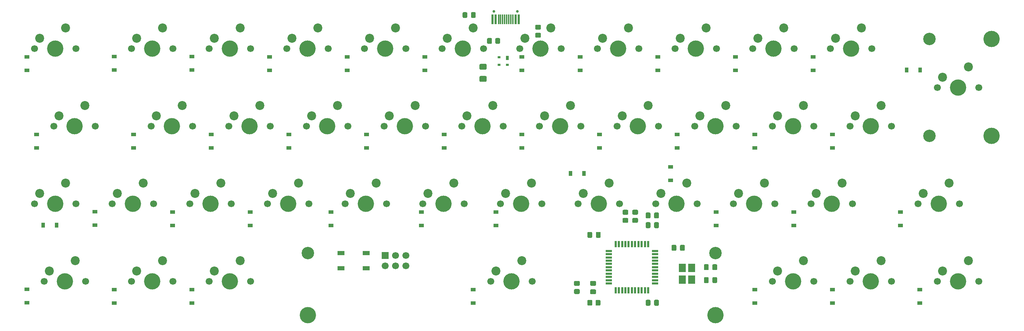
<source format=gbr>
G04 #@! TF.GenerationSoftware,KiCad,Pcbnew,(5.1.9)-1*
G04 #@! TF.CreationDate,2021-04-17T14:31:49+02:00*
G04 #@! TF.ProjectId,isio42_pcb,6973696f-3432-45f7-9063-622e6b696361,rev?*
G04 #@! TF.SameCoordinates,Original*
G04 #@! TF.FileFunction,Soldermask,Bot*
G04 #@! TF.FilePolarity,Negative*
%FSLAX46Y46*%
G04 Gerber Fmt 4.6, Leading zero omitted, Abs format (unit mm)*
G04 Created by KiCad (PCBNEW (5.1.9)-1) date 2021-04-17 14:31:49*
%MOMM*%
%LPD*%
G01*
G04 APERTURE LIST*
%ADD10C,1.700000*%
%ADD11C,4.000000*%
%ADD12C,2.200000*%
%ADD13C,3.050000*%
%ADD14R,0.600000X2.450000*%
%ADD15R,0.300000X2.450000*%
%ADD16C,0.650000*%
%ADD17R,0.700000X1.000000*%
%ADD18R,0.700000X0.600000*%
%ADD19R,1.800000X1.100000*%
%ADD20R,1.700000X1.700000*%
%ADD21R,1.800000X2.100000*%
%ADD22R,1.500000X0.550000*%
%ADD23R,0.550000X1.500000*%
%ADD24R,1.200000X0.900000*%
%ADD25R,0.900000X1.200000*%
G04 APERTURE END LIST*
D10*
X259715000Y-98742500D03*
X249555000Y-98742500D03*
D11*
X254635000Y-98742500D03*
D12*
X250825000Y-96202500D03*
X257175000Y-93662500D03*
D10*
X254952500Y-79692500D03*
X244792500Y-79692500D03*
D11*
X249872500Y-79692500D03*
D12*
X246062500Y-77152500D03*
X252412500Y-74612500D03*
D13*
X247635000Y-39217500D03*
X247635000Y-63017500D03*
D11*
X262875000Y-63017500D03*
X262875000Y-39217500D03*
D10*
X259715000Y-51117500D03*
X249555000Y-51117500D03*
D11*
X254635000Y-51117500D03*
D12*
X250825000Y-48577500D03*
X257175000Y-46037500D03*
D13*
X195097500Y-91742500D03*
X95097500Y-91742500D03*
D11*
X95097500Y-106982500D03*
X195097500Y-106982500D03*
D10*
X150177500Y-98742500D03*
X140017500Y-98742500D03*
D11*
X145097500Y-98742500D03*
D12*
X141287500Y-96202500D03*
X147637500Y-93662500D03*
D10*
X40640000Y-98742500D03*
X30480000Y-98742500D03*
D11*
X35560000Y-98742500D03*
D12*
X31750000Y-96202500D03*
X38100000Y-93662500D03*
D10*
X43021250Y-60642500D03*
X32861250Y-60642500D03*
D11*
X37941250Y-60642500D03*
D12*
X34131250Y-58102500D03*
X40481250Y-55562500D03*
D10*
X238283750Y-98742500D03*
X228123750Y-98742500D03*
D11*
X233203750Y-98742500D03*
D12*
X229393750Y-96202500D03*
X235743750Y-93662500D03*
D10*
X228758750Y-79692500D03*
X218598750Y-79692500D03*
D11*
X223678750Y-79692500D03*
D12*
X219868750Y-77152500D03*
X226218750Y-74612500D03*
D10*
X238283750Y-60642500D03*
X228123750Y-60642500D03*
D11*
X233203750Y-60642500D03*
D12*
X229393750Y-58102500D03*
X235743750Y-55562500D03*
D10*
X233521250Y-41592500D03*
X223361250Y-41592500D03*
D11*
X228441250Y-41592500D03*
D12*
X224631250Y-39052500D03*
X230981250Y-36512500D03*
D10*
X219233750Y-98742500D03*
X209073750Y-98742500D03*
D11*
X214153750Y-98742500D03*
D12*
X210343750Y-96202500D03*
X216693750Y-93662500D03*
D10*
X209708750Y-79692500D03*
X199548750Y-79692500D03*
D11*
X204628750Y-79692500D03*
D12*
X200818750Y-77152500D03*
X207168750Y-74612500D03*
D10*
X219233750Y-60642500D03*
X209073750Y-60642500D03*
D11*
X214153750Y-60642500D03*
D12*
X210343750Y-58102500D03*
X216693750Y-55562500D03*
D10*
X214471250Y-41592500D03*
X204311250Y-41592500D03*
D11*
X209391250Y-41592500D03*
D12*
X205581250Y-39052500D03*
X211931250Y-36512500D03*
D10*
X190658750Y-79692500D03*
X180498750Y-79692500D03*
D11*
X185578750Y-79692500D03*
D12*
X181768750Y-77152500D03*
X188118750Y-74612500D03*
D10*
X200183750Y-60642500D03*
X190023750Y-60642500D03*
D11*
X195103750Y-60642500D03*
D12*
X191293750Y-58102500D03*
X197643750Y-55562500D03*
D10*
X195421250Y-41592500D03*
X185261250Y-41592500D03*
D11*
X190341250Y-41592500D03*
D12*
X186531250Y-39052500D03*
X192881250Y-36512500D03*
D10*
X171608750Y-79692500D03*
X161448750Y-79692500D03*
D11*
X166528750Y-79692500D03*
D12*
X162718750Y-77152500D03*
X169068750Y-74612500D03*
D10*
X181133750Y-60642500D03*
X170973750Y-60642500D03*
D11*
X176053750Y-60642500D03*
D12*
X172243750Y-58102500D03*
X178593750Y-55562500D03*
D10*
X176371250Y-41592500D03*
X166211250Y-41592500D03*
D11*
X171291250Y-41592500D03*
D12*
X167481250Y-39052500D03*
X173831250Y-36512500D03*
D10*
X152558750Y-79692500D03*
X142398750Y-79692500D03*
D11*
X147478750Y-79692500D03*
D12*
X143668750Y-77152500D03*
X150018750Y-74612500D03*
D10*
X162083750Y-60642500D03*
X151923750Y-60642500D03*
D11*
X157003750Y-60642500D03*
D12*
X153193750Y-58102500D03*
X159543750Y-55562500D03*
D10*
X157321250Y-41592500D03*
X147161250Y-41592500D03*
D11*
X152241250Y-41592500D03*
D12*
X148431250Y-39052500D03*
X154781250Y-36512500D03*
D10*
X133508750Y-79692500D03*
X123348750Y-79692500D03*
D11*
X128428750Y-79692500D03*
D12*
X124618750Y-77152500D03*
X130968750Y-74612500D03*
D10*
X143033750Y-60642500D03*
X132873750Y-60642500D03*
D11*
X137953750Y-60642500D03*
D12*
X134143750Y-58102500D03*
X140493750Y-55562500D03*
D10*
X138271250Y-41592500D03*
X128111250Y-41592500D03*
D11*
X133191250Y-41592500D03*
D12*
X129381250Y-39052500D03*
X135731250Y-36512500D03*
D10*
X114458750Y-79692500D03*
X104298750Y-79692500D03*
D11*
X109378750Y-79692500D03*
D12*
X105568750Y-77152500D03*
X111918750Y-74612500D03*
D10*
X123983750Y-60642500D03*
X113823750Y-60642500D03*
D11*
X118903750Y-60642500D03*
D12*
X115093750Y-58102500D03*
X121443750Y-55562500D03*
D10*
X119221250Y-41592500D03*
X109061250Y-41592500D03*
D11*
X114141250Y-41592500D03*
D12*
X110331250Y-39052500D03*
X116681250Y-36512500D03*
D10*
X95408750Y-79692500D03*
X85248750Y-79692500D03*
D11*
X90328750Y-79692500D03*
D12*
X86518750Y-77152500D03*
X92868750Y-74612500D03*
D10*
X104933750Y-60642500D03*
X94773750Y-60642500D03*
D11*
X99853750Y-60642500D03*
D12*
X96043750Y-58102500D03*
X102393750Y-55562500D03*
D10*
X100171250Y-41592500D03*
X90011250Y-41592500D03*
D11*
X95091250Y-41592500D03*
D12*
X91281250Y-39052500D03*
X97631250Y-36512500D03*
D10*
X81121250Y-98742500D03*
X70961250Y-98742500D03*
D11*
X76041250Y-98742500D03*
D12*
X72231250Y-96202500D03*
X78581250Y-93662500D03*
D10*
X76358750Y-79692500D03*
X66198750Y-79692500D03*
D11*
X71278750Y-79692500D03*
D12*
X67468750Y-77152500D03*
X73818750Y-74612500D03*
D10*
X85883750Y-60642500D03*
X75723750Y-60642500D03*
D11*
X80803750Y-60642500D03*
D12*
X76993750Y-58102500D03*
X83343750Y-55562500D03*
D10*
X81121250Y-41592500D03*
X70961250Y-41592500D03*
D11*
X76041250Y-41592500D03*
D12*
X72231250Y-39052500D03*
X78581250Y-36512500D03*
D10*
X62071250Y-98742500D03*
X51911250Y-98742500D03*
D11*
X56991250Y-98742500D03*
D12*
X53181250Y-96202500D03*
X59531250Y-93662500D03*
D10*
X57308750Y-79692500D03*
X47148750Y-79692500D03*
D11*
X52228750Y-79692500D03*
D12*
X48418750Y-77152500D03*
X54768750Y-74612500D03*
D10*
X66833750Y-60642500D03*
X56673750Y-60642500D03*
D11*
X61753750Y-60642500D03*
D12*
X57943750Y-58102500D03*
X64293750Y-55562500D03*
D10*
X62071250Y-41592500D03*
X51911250Y-41592500D03*
D11*
X56991250Y-41592500D03*
D12*
X53181250Y-39052500D03*
X59531250Y-36512500D03*
D10*
X38258750Y-79692500D03*
X28098750Y-79692500D03*
D11*
X33178750Y-79692500D03*
D12*
X29368750Y-77152500D03*
X35718750Y-74612500D03*
D10*
X38258750Y-41592500D03*
X28098750Y-41592500D03*
D11*
X33178750Y-41592500D03*
D12*
X29368750Y-39052500D03*
X35718750Y-36512500D03*
G36*
G01*
X135156250Y-33787501D02*
X135156250Y-32887499D01*
G75*
G02*
X135406249Y-32637500I249999J0D01*
G01*
X136056251Y-32637500D01*
G75*
G02*
X136306250Y-32887499I0J-249999D01*
G01*
X136306250Y-33787501D01*
G75*
G02*
X136056251Y-34037500I-249999J0D01*
G01*
X135406249Y-34037500D01*
G75*
G02*
X135156250Y-33787501I0J249999D01*
G01*
G37*
G36*
G01*
X133106250Y-33787501D02*
X133106250Y-32887499D01*
G75*
G02*
X133356249Y-32637500I249999J0D01*
G01*
X134006251Y-32637500D01*
G75*
G02*
X134256250Y-32887499I0J-249999D01*
G01*
X134256250Y-33787501D01*
G75*
G02*
X134006251Y-34037500I-249999J0D01*
G01*
X133356249Y-34037500D01*
G75*
G02*
X133106250Y-33787501I0J249999D01*
G01*
G37*
D14*
X146893750Y-34388750D03*
X140443750Y-34388750D03*
X146118750Y-34388750D03*
X141218750Y-34388750D03*
D15*
X141918750Y-34388750D03*
X145418750Y-34388750D03*
X142418750Y-34388750D03*
X144918750Y-34388750D03*
X142918750Y-34388750D03*
X144418750Y-34388750D03*
X143918750Y-34388750D03*
X143418750Y-34388750D03*
D16*
X146558750Y-32443750D03*
X140778750Y-32443750D03*
D17*
X144081250Y-43856250D03*
D18*
X142081250Y-43656250D03*
X144081250Y-45556250D03*
X142081250Y-45556250D03*
D19*
X103262500Y-95512500D03*
X109462500Y-95512500D03*
X103262500Y-91812500D03*
X109462500Y-91812500D03*
G36*
G01*
X140300000Y-39237499D02*
X140300000Y-40137501D01*
G75*
G02*
X140050001Y-40387500I-249999J0D01*
G01*
X139349999Y-40387500D01*
G75*
G02*
X139100000Y-40137501I0J249999D01*
G01*
X139100000Y-39237499D01*
G75*
G02*
X139349999Y-38987500I249999J0D01*
G01*
X140050001Y-38987500D01*
G75*
G02*
X140300000Y-39237499I0J-249999D01*
G01*
G37*
G36*
G01*
X142300000Y-39237499D02*
X142300000Y-40137501D01*
G75*
G02*
X142050001Y-40387500I-249999J0D01*
G01*
X141349999Y-40387500D01*
G75*
G02*
X141100000Y-40137501I0J249999D01*
G01*
X141100000Y-39237499D01*
G75*
G02*
X141349999Y-38987500I249999J0D01*
G01*
X142050001Y-38987500D01*
G75*
G02*
X142300000Y-39237499I0J-249999D01*
G01*
G37*
G36*
G01*
X152056251Y-36906250D02*
X151156249Y-36906250D01*
G75*
G02*
X150906250Y-36656251I0J249999D01*
G01*
X150906250Y-35956249D01*
G75*
G02*
X151156249Y-35706250I249999J0D01*
G01*
X152056251Y-35706250D01*
G75*
G02*
X152306250Y-35956249I0J-249999D01*
G01*
X152306250Y-36656251D01*
G75*
G02*
X152056251Y-36906250I-249999J0D01*
G01*
G37*
G36*
G01*
X152056251Y-38906250D02*
X151156249Y-38906250D01*
G75*
G02*
X150906250Y-38656251I0J249999D01*
G01*
X150906250Y-37956249D01*
G75*
G02*
X151156249Y-37706250I249999J0D01*
G01*
X152056251Y-37706250D01*
G75*
G02*
X152306250Y-37956249I0J-249999D01*
G01*
X152306250Y-38656251D01*
G75*
G02*
X152056251Y-38906250I-249999J0D01*
G01*
G37*
G36*
G01*
X164906250Y-103531249D02*
X164906250Y-104431251D01*
G75*
G02*
X164656251Y-104681250I-249999J0D01*
G01*
X163956249Y-104681250D01*
G75*
G02*
X163706250Y-104431251I0J249999D01*
G01*
X163706250Y-103531249D01*
G75*
G02*
X163956249Y-103281250I249999J0D01*
G01*
X164656251Y-103281250D01*
G75*
G02*
X164906250Y-103531249I0J-249999D01*
G01*
G37*
G36*
G01*
X166906250Y-103531249D02*
X166906250Y-104431251D01*
G75*
G02*
X166656251Y-104681250I-249999J0D01*
G01*
X165956249Y-104681250D01*
G75*
G02*
X165706250Y-104431251I0J249999D01*
G01*
X165706250Y-103531249D01*
G75*
G02*
X165956249Y-103281250I249999J0D01*
G01*
X166656251Y-103281250D01*
G75*
G02*
X166906250Y-103531249I0J-249999D01*
G01*
G37*
G36*
G01*
X161581251Y-99818750D02*
X160681249Y-99818750D01*
G75*
G02*
X160431250Y-99568751I0J249999D01*
G01*
X160431250Y-98868749D01*
G75*
G02*
X160681249Y-98618750I249999J0D01*
G01*
X161581251Y-98618750D01*
G75*
G02*
X161831250Y-98868749I0J-249999D01*
G01*
X161831250Y-99568751D01*
G75*
G02*
X161581251Y-99818750I-249999J0D01*
G01*
G37*
G36*
G01*
X161581251Y-101818750D02*
X160681249Y-101818750D01*
G75*
G02*
X160431250Y-101568751I0J249999D01*
G01*
X160431250Y-100868749D01*
G75*
G02*
X160681249Y-100618750I249999J0D01*
G01*
X161581251Y-100618750D01*
G75*
G02*
X161831250Y-100868749I0J-249999D01*
G01*
X161831250Y-101568751D01*
G75*
G02*
X161581251Y-101818750I-249999J0D01*
G01*
G37*
G36*
G01*
X175868751Y-82356250D02*
X174968749Y-82356250D01*
G75*
G02*
X174718750Y-82106251I0J249999D01*
G01*
X174718750Y-81406249D01*
G75*
G02*
X174968749Y-81156250I249999J0D01*
G01*
X175868751Y-81156250D01*
G75*
G02*
X176118750Y-81406249I0J-249999D01*
G01*
X176118750Y-82106251D01*
G75*
G02*
X175868751Y-82356250I-249999J0D01*
G01*
G37*
G36*
G01*
X175868751Y-84356250D02*
X174968749Y-84356250D01*
G75*
G02*
X174718750Y-84106251I0J249999D01*
G01*
X174718750Y-83406249D01*
G75*
G02*
X174968749Y-83156250I249999J0D01*
G01*
X175868751Y-83156250D01*
G75*
G02*
X176118750Y-83406249I0J-249999D01*
G01*
X176118750Y-84106251D01*
G75*
G02*
X175868751Y-84356250I-249999J0D01*
G01*
G37*
G36*
G01*
X173487501Y-82356250D02*
X172587499Y-82356250D01*
G75*
G02*
X172337500Y-82106251I0J249999D01*
G01*
X172337500Y-81406249D01*
G75*
G02*
X172587499Y-81156250I249999J0D01*
G01*
X173487501Y-81156250D01*
G75*
G02*
X173737500Y-81406249I0J-249999D01*
G01*
X173737500Y-82106251D01*
G75*
G02*
X173487501Y-82356250I-249999J0D01*
G01*
G37*
G36*
G01*
X173487501Y-84356250D02*
X172587499Y-84356250D01*
G75*
G02*
X172337500Y-84106251I0J249999D01*
G01*
X172337500Y-83406249D01*
G75*
G02*
X172587499Y-83156250I249999J0D01*
G01*
X173487501Y-83156250D01*
G75*
G02*
X173737500Y-83406249I0J-249999D01*
G01*
X173737500Y-84106251D01*
G75*
G02*
X173487501Y-84356250I-249999J0D01*
G01*
G37*
D20*
X114141250Y-92392500D03*
D10*
X114141250Y-94932500D03*
X116681250Y-92392500D03*
X116681250Y-94932500D03*
X119221250Y-92392500D03*
X119221250Y-94932500D03*
G36*
G01*
X179181250Y-84456250D02*
X179181250Y-85406250D01*
G75*
G02*
X178931250Y-85656250I-250000J0D01*
G01*
X178256250Y-85656250D01*
G75*
G02*
X178006250Y-85406250I0J250000D01*
G01*
X178006250Y-84456250D01*
G75*
G02*
X178256250Y-84206250I250000J0D01*
G01*
X178931250Y-84206250D01*
G75*
G02*
X179181250Y-84456250I0J-250000D01*
G01*
G37*
G36*
G01*
X181256250Y-84456250D02*
X181256250Y-85406250D01*
G75*
G02*
X181006250Y-85656250I-250000J0D01*
G01*
X180331250Y-85656250D01*
G75*
G02*
X180081250Y-85406250I0J250000D01*
G01*
X180081250Y-84456250D01*
G75*
G02*
X180331250Y-84206250I250000J0D01*
G01*
X181006250Y-84206250D01*
G75*
G02*
X181256250Y-84456250I0J-250000D01*
G01*
G37*
D21*
X189268750Y-98287500D03*
X189268750Y-95387500D03*
X186968750Y-95387500D03*
X186968750Y-98287500D03*
D22*
X168925000Y-91250000D03*
X168925000Y-92050000D03*
X168925000Y-92850000D03*
X168925000Y-93650000D03*
X168925000Y-94450000D03*
X168925000Y-95250000D03*
X168925000Y-96050000D03*
X168925000Y-96850000D03*
X168925000Y-97650000D03*
X168925000Y-98450000D03*
X168925000Y-99250000D03*
D23*
X170625000Y-100950000D03*
X171425000Y-100950000D03*
X172225000Y-100950000D03*
X173025000Y-100950000D03*
X173825000Y-100950000D03*
X174625000Y-100950000D03*
X175425000Y-100950000D03*
X176225000Y-100950000D03*
X177025000Y-100950000D03*
X177825000Y-100950000D03*
X178625000Y-100950000D03*
D22*
X180325000Y-99250000D03*
X180325000Y-98450000D03*
X180325000Y-97650000D03*
X180325000Y-96850000D03*
X180325000Y-96050000D03*
X180325000Y-95250000D03*
X180325000Y-94450000D03*
X180325000Y-93650000D03*
X180325000Y-92850000D03*
X180325000Y-92050000D03*
X180325000Y-91250000D03*
D23*
X178625000Y-89550000D03*
X177825000Y-89550000D03*
X177025000Y-89550000D03*
X176225000Y-89550000D03*
X175425000Y-89550000D03*
X174625000Y-89550000D03*
X173825000Y-89550000D03*
X173025000Y-89550000D03*
X172225000Y-89550000D03*
X171425000Y-89550000D03*
X170625000Y-89550000D03*
G36*
G01*
X138737500Y-46750000D02*
X137487500Y-46750000D01*
G75*
G02*
X137237500Y-46500000I0J250000D01*
G01*
X137237500Y-45575000D01*
G75*
G02*
X137487500Y-45325000I250000J0D01*
G01*
X138737500Y-45325000D01*
G75*
G02*
X138987500Y-45575000I0J-250000D01*
G01*
X138987500Y-46500000D01*
G75*
G02*
X138737500Y-46750000I-250000J0D01*
G01*
G37*
G36*
G01*
X138737500Y-49725000D02*
X137487500Y-49725000D01*
G75*
G02*
X137237500Y-49475000I0J250000D01*
G01*
X137237500Y-48550000D01*
G75*
G02*
X137487500Y-48300000I250000J0D01*
G01*
X138737500Y-48300000D01*
G75*
G02*
X138987500Y-48550000I0J-250000D01*
G01*
X138987500Y-49475000D01*
G75*
G02*
X138737500Y-49725000I-250000J0D01*
G01*
G37*
G36*
G01*
X180081250Y-83025000D02*
X180081250Y-82075000D01*
G75*
G02*
X180331250Y-81825000I250000J0D01*
G01*
X181006250Y-81825000D01*
G75*
G02*
X181256250Y-82075000I0J-250000D01*
G01*
X181256250Y-83025000D01*
G75*
G02*
X181006250Y-83275000I-250000J0D01*
G01*
X180331250Y-83275000D01*
G75*
G02*
X180081250Y-83025000I0J250000D01*
G01*
G37*
G36*
G01*
X178006250Y-83025000D02*
X178006250Y-82075000D01*
G75*
G02*
X178256250Y-81825000I250000J0D01*
G01*
X178931250Y-81825000D01*
G75*
G02*
X179181250Y-82075000I0J-250000D01*
G01*
X179181250Y-83025000D01*
G75*
G02*
X178931250Y-83275000I-250000J0D01*
G01*
X178256250Y-83275000D01*
G75*
G02*
X178006250Y-83025000I0J250000D01*
G01*
G37*
G36*
G01*
X164893750Y-86837500D02*
X164893750Y-87787500D01*
G75*
G02*
X164643750Y-88037500I-250000J0D01*
G01*
X163968750Y-88037500D01*
G75*
G02*
X163718750Y-87787500I0J250000D01*
G01*
X163718750Y-86837500D01*
G75*
G02*
X163968750Y-86587500I250000J0D01*
G01*
X164643750Y-86587500D01*
G75*
G02*
X164893750Y-86837500I0J-250000D01*
G01*
G37*
G36*
G01*
X166968750Y-86837500D02*
X166968750Y-87787500D01*
G75*
G02*
X166718750Y-88037500I-250000J0D01*
G01*
X166043750Y-88037500D01*
G75*
G02*
X165793750Y-87787500I0J250000D01*
G01*
X165793750Y-86837500D01*
G75*
G02*
X166043750Y-86587500I250000J0D01*
G01*
X166718750Y-86587500D01*
G75*
G02*
X166968750Y-86837500I0J-250000D01*
G01*
G37*
G36*
G01*
X193468750Y-94775000D02*
X193468750Y-95725000D01*
G75*
G02*
X193218750Y-95975000I-250000J0D01*
G01*
X192543750Y-95975000D01*
G75*
G02*
X192293750Y-95725000I0J250000D01*
G01*
X192293750Y-94775000D01*
G75*
G02*
X192543750Y-94525000I250000J0D01*
G01*
X193218750Y-94525000D01*
G75*
G02*
X193468750Y-94775000I0J-250000D01*
G01*
G37*
G36*
G01*
X195543750Y-94775000D02*
X195543750Y-95725000D01*
G75*
G02*
X195293750Y-95975000I-250000J0D01*
G01*
X194618750Y-95975000D01*
G75*
G02*
X194368750Y-95725000I0J250000D01*
G01*
X194368750Y-94775000D01*
G75*
G02*
X194618750Y-94525000I250000J0D01*
G01*
X195293750Y-94525000D01*
G75*
G02*
X195543750Y-94775000I0J-250000D01*
G01*
G37*
G36*
G01*
X194368750Y-98900000D02*
X194368750Y-97950000D01*
G75*
G02*
X194618750Y-97700000I250000J0D01*
G01*
X195293750Y-97700000D01*
G75*
G02*
X195543750Y-97950000I0J-250000D01*
G01*
X195543750Y-98900000D01*
G75*
G02*
X195293750Y-99150000I-250000J0D01*
G01*
X194618750Y-99150000D01*
G75*
G02*
X194368750Y-98900000I0J250000D01*
G01*
G37*
G36*
G01*
X192293750Y-98900000D02*
X192293750Y-97950000D01*
G75*
G02*
X192543750Y-97700000I250000J0D01*
G01*
X193218750Y-97700000D01*
G75*
G02*
X193468750Y-97950000I0J-250000D01*
G01*
X193468750Y-98900000D01*
G75*
G02*
X193218750Y-99150000I-250000J0D01*
G01*
X192543750Y-99150000D01*
G75*
G02*
X192293750Y-98900000I0J250000D01*
G01*
G37*
G36*
G01*
X165575000Y-99806250D02*
X164625000Y-99806250D01*
G75*
G02*
X164375000Y-99556250I0J250000D01*
G01*
X164375000Y-98881250D01*
G75*
G02*
X164625000Y-98631250I250000J0D01*
G01*
X165575000Y-98631250D01*
G75*
G02*
X165825000Y-98881250I0J-250000D01*
G01*
X165825000Y-99556250D01*
G75*
G02*
X165575000Y-99806250I-250000J0D01*
G01*
G37*
G36*
G01*
X165575000Y-101881250D02*
X164625000Y-101881250D01*
G75*
G02*
X164375000Y-101631250I0J250000D01*
G01*
X164375000Y-100956250D01*
G75*
G02*
X164625000Y-100706250I250000J0D01*
G01*
X165575000Y-100706250D01*
G75*
G02*
X165825000Y-100956250I0J-250000D01*
G01*
X165825000Y-101631250D01*
G75*
G02*
X165575000Y-101881250I-250000J0D01*
G01*
G37*
G36*
G01*
X186431250Y-90962500D02*
X186431250Y-90012500D01*
G75*
G02*
X186681250Y-89762500I250000J0D01*
G01*
X187356250Y-89762500D01*
G75*
G02*
X187606250Y-90012500I0J-250000D01*
G01*
X187606250Y-90962500D01*
G75*
G02*
X187356250Y-91212500I-250000J0D01*
G01*
X186681250Y-91212500D01*
G75*
G02*
X186431250Y-90962500I0J250000D01*
G01*
G37*
G36*
G01*
X184356250Y-90962500D02*
X184356250Y-90012500D01*
G75*
G02*
X184606250Y-89762500I250000J0D01*
G01*
X185281250Y-89762500D01*
G75*
G02*
X185531250Y-90012500I0J-250000D01*
G01*
X185531250Y-90962500D01*
G75*
G02*
X185281250Y-91212500I-250000J0D01*
G01*
X184606250Y-91212500D01*
G75*
G02*
X184356250Y-90962500I0J250000D01*
G01*
G37*
G36*
G01*
X180081250Y-104456250D02*
X180081250Y-103506250D01*
G75*
G02*
X180331250Y-103256250I250000J0D01*
G01*
X181006250Y-103256250D01*
G75*
G02*
X181256250Y-103506250I0J-250000D01*
G01*
X181256250Y-104456250D01*
G75*
G02*
X181006250Y-104706250I-250000J0D01*
G01*
X180331250Y-104706250D01*
G75*
G02*
X180081250Y-104456250I0J250000D01*
G01*
G37*
G36*
G01*
X178006250Y-104456250D02*
X178006250Y-103506250D01*
G75*
G02*
X178256250Y-103256250I250000J0D01*
G01*
X178931250Y-103256250D01*
G75*
G02*
X179181250Y-103506250I0J-250000D01*
G01*
X179181250Y-104456250D01*
G75*
G02*
X178931250Y-104706250I-250000J0D01*
G01*
X178256250Y-104706250D01*
G75*
G02*
X178006250Y-104456250I0J250000D01*
G01*
G37*
D24*
X245268750Y-104043750D03*
X245268750Y-100743750D03*
X240506250Y-84993750D03*
X240506250Y-81693750D03*
D25*
X242031250Y-46831250D03*
X245331250Y-46831250D03*
D24*
X223837500Y-104043750D03*
X223837500Y-100743750D03*
X214312500Y-84993750D03*
X214312500Y-81693750D03*
X223837500Y-65943750D03*
X223837500Y-62643750D03*
X219075000Y-46893750D03*
X219075000Y-43593750D03*
X204787500Y-104043750D03*
X204787500Y-100743750D03*
X195262500Y-84993750D03*
X195262500Y-81693750D03*
X204787500Y-65943750D03*
X204787500Y-62643750D03*
X200025000Y-46893750D03*
X200025000Y-43593750D03*
X184150000Y-70581250D03*
X184150000Y-73881250D03*
X185737500Y-65943750D03*
X185737500Y-62643750D03*
X180975000Y-46893750D03*
X180975000Y-43593750D03*
D25*
X159543750Y-72231250D03*
X162843750Y-72231250D03*
D24*
X166687500Y-65943750D03*
X166687500Y-62643750D03*
X161925000Y-46893750D03*
X161925000Y-43593750D03*
X141287500Y-84993750D03*
X141287500Y-81693750D03*
X147637500Y-65943750D03*
X147637500Y-62643750D03*
X147637500Y-46893750D03*
X147637500Y-43593750D03*
X135731250Y-104043750D03*
X135731250Y-100743750D03*
X123031250Y-84993750D03*
X123031250Y-81693750D03*
X128587500Y-65943750D03*
X128587500Y-62643750D03*
X123825000Y-46893750D03*
X123825000Y-43593750D03*
X100806250Y-84993750D03*
X100806250Y-81693750D03*
X109537500Y-65943750D03*
X109537500Y-62643750D03*
X104775000Y-46893750D03*
X104775000Y-43593750D03*
X80962500Y-84993750D03*
X80962500Y-81693750D03*
X90487500Y-65943750D03*
X90487500Y-62643750D03*
X85725000Y-46893750D03*
X85725000Y-43593750D03*
X66675000Y-104043750D03*
X66675000Y-100743750D03*
X61912500Y-84993750D03*
X61912500Y-81693750D03*
X71437500Y-65943750D03*
X71437500Y-62643750D03*
X66675000Y-46831250D03*
X66675000Y-43531250D03*
X47625000Y-104043750D03*
X47625000Y-100743750D03*
X42862500Y-84931250D03*
X42862500Y-81631250D03*
X52387500Y-65943750D03*
X52387500Y-62643750D03*
X47625000Y-46831250D03*
X47625000Y-43531250D03*
X26193750Y-103981250D03*
X26193750Y-100681250D03*
D25*
X33462500Y-84931250D03*
X30162500Y-84931250D03*
D24*
X28575000Y-65943750D03*
X28575000Y-62643750D03*
X26193750Y-46893750D03*
X26193750Y-43593750D03*
M02*

</source>
